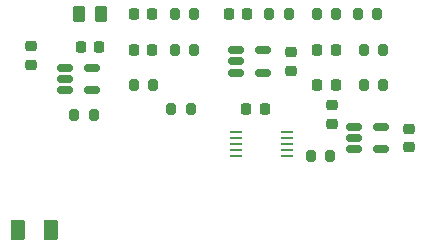
<source format=gtp>
G04 #@! TF.GenerationSoftware,KiCad,Pcbnew,7.0.10*
G04 #@! TF.CreationDate,2025-06-25T11:08:39-05:00*
G04 #@! TF.ProjectId,ppg-pcb-4-afe,7070672d-7063-4622-9d34-2d6166652e6b,0*
G04 #@! TF.SameCoordinates,Original*
G04 #@! TF.FileFunction,Paste,Top*
G04 #@! TF.FilePolarity,Positive*
%FSLAX46Y46*%
G04 Gerber Fmt 4.6, Leading zero omitted, Abs format (unit mm)*
G04 Created by KiCad (PCBNEW 7.0.10) date 2025-06-25 11:08:39*
%MOMM*%
%LPD*%
G01*
G04 APERTURE LIST*
G04 Aperture macros list*
%AMRoundRect*
0 Rectangle with rounded corners*
0 $1 Rounding radius*
0 $2 $3 $4 $5 $6 $7 $8 $9 X,Y pos of 4 corners*
0 Add a 4 corners polygon primitive as box body*
4,1,4,$2,$3,$4,$5,$6,$7,$8,$9,$2,$3,0*
0 Add four circle primitives for the rounded corners*
1,1,$1+$1,$2,$3*
1,1,$1+$1,$4,$5*
1,1,$1+$1,$6,$7*
1,1,$1+$1,$8,$9*
0 Add four rect primitives between the rounded corners*
20,1,$1+$1,$2,$3,$4,$5,0*
20,1,$1+$1,$4,$5,$6,$7,0*
20,1,$1+$1,$6,$7,$8,$9,0*
20,1,$1+$1,$8,$9,$2,$3,0*%
G04 Aperture macros list end*
%ADD10RoundRect,0.200000X-0.200000X-0.275000X0.200000X-0.275000X0.200000X0.275000X-0.200000X0.275000X0*%
%ADD11RoundRect,0.225000X-0.225000X-0.250000X0.225000X-0.250000X0.225000X0.250000X-0.225000X0.250000X0*%
%ADD12RoundRect,0.225000X0.225000X0.250000X-0.225000X0.250000X-0.225000X-0.250000X0.225000X-0.250000X0*%
%ADD13RoundRect,0.225000X-0.250000X0.225000X-0.250000X-0.225000X0.250000X-0.225000X0.250000X0.225000X0*%
%ADD14RoundRect,0.150000X-0.512500X-0.150000X0.512500X-0.150000X0.512500X0.150000X-0.512500X0.150000X0*%
%ADD15RoundRect,0.250000X0.375000X0.625000X-0.375000X0.625000X-0.375000X-0.625000X0.375000X-0.625000X0*%
%ADD16RoundRect,0.250000X-0.262500X-0.450000X0.262500X-0.450000X0.262500X0.450000X-0.262500X0.450000X0*%
%ADD17RoundRect,0.225000X0.250000X-0.225000X0.250000X0.225000X-0.250000X0.225000X-0.250000X-0.225000X0*%
%ADD18R,1.100000X0.250000*%
G04 APERTURE END LIST*
D10*
X124675000Y-83000000D03*
X126325000Y-83000000D03*
D11*
X124725000Y-86000000D03*
X126275000Y-86000000D03*
D12*
X120275000Y-91000000D03*
X118725000Y-91000000D03*
D10*
X128175000Y-83000000D03*
X129825000Y-83000000D03*
D11*
X124725000Y-89000000D03*
X126275000Y-89000000D03*
D10*
X124175000Y-95000000D03*
X125825000Y-95000000D03*
X112350000Y-91000000D03*
X114000000Y-91000000D03*
D13*
X132500000Y-92725000D03*
X132500000Y-94275000D03*
D10*
X112675000Y-83000000D03*
X114325000Y-83000000D03*
D14*
X117862500Y-86050000D03*
X117862500Y-87000000D03*
X117862500Y-87950000D03*
X120137500Y-87950000D03*
X120137500Y-86050000D03*
D15*
X102150000Y-101250000D03*
X99350000Y-101250000D03*
D12*
X106275000Y-85750000D03*
X104725000Y-85750000D03*
D14*
X103362500Y-87550000D03*
X103362500Y-88500000D03*
X103362500Y-89450000D03*
X105637500Y-89450000D03*
X105637500Y-87550000D03*
D16*
X104587500Y-83000000D03*
X106412500Y-83000000D03*
D11*
X109225000Y-83000000D03*
X110775000Y-83000000D03*
D13*
X126000000Y-90725000D03*
X126000000Y-92275000D03*
D10*
X112675000Y-86000000D03*
X114325000Y-86000000D03*
X120675000Y-83000000D03*
X122325000Y-83000000D03*
D17*
X122500000Y-87775000D03*
X122500000Y-86225000D03*
D10*
X109175000Y-89000000D03*
X110825000Y-89000000D03*
X128675000Y-89000000D03*
X130325000Y-89000000D03*
X128675000Y-86000000D03*
X130325000Y-86000000D03*
D13*
X100500000Y-85725000D03*
X100500000Y-87275000D03*
D11*
X117225000Y-83000000D03*
X118775000Y-83000000D03*
D18*
X117850000Y-93000000D03*
X117850000Y-93500000D03*
X117850000Y-94000000D03*
X117850000Y-94500000D03*
X117850000Y-95000000D03*
X122150000Y-95000000D03*
X122150000Y-94500000D03*
X122150000Y-94000000D03*
X122150000Y-93500000D03*
X122150000Y-93000000D03*
D11*
X109225000Y-86000000D03*
X110775000Y-86000000D03*
D14*
X127862500Y-92550000D03*
X127862500Y-93500000D03*
X127862500Y-94450000D03*
X130137500Y-94450000D03*
X130137500Y-92550000D03*
D10*
X104175000Y-91500000D03*
X105825000Y-91500000D03*
M02*

</source>
